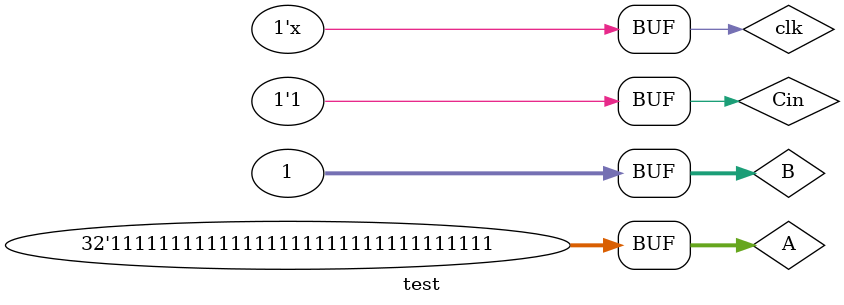
<source format=v>
`timescale 1ns / 1ps


module test;

	// Inputs
	reg [31:0] A;
	reg [31:0] B;
	reg Cin;
	reg [4:0] Card;

	// Outputs
	wire [31:0] F;
	wire Cout;
	wire Zero;

	// Instantiate the Unit Under Test (UUT)
	ALU uut (
		.A(A), 
		.B(B), 
		.Cin(Cin), 
		.Card(Card), 
		.F(F), 
		.Cout(Cout), 
		.Zero(Zero)
	);
	reg clk ;
	parameter clk_period=10;
	
	
	initial begin
		A = 32'h FFFFFFFF;
		B = 32'h 00000001;
		Card = 5'b11111;
		Cin = 1;
		clk=10;
		#100; 
	end
	
   always #(clk_period/2)clk=~clk;
	
	always@(posedge clk)begin
		Card=(Card==5'b01111)? 5'b00000:Card+1'b1;
	end
   
endmodule
</source>
